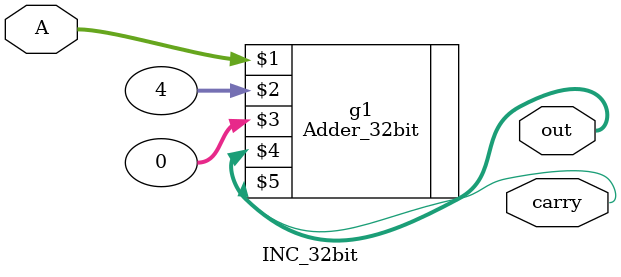
<source format=v>
`timescale 1ns / 1ps


module INC_32bit(A,out,carry);
    input [31:0] A;
    output [31:0] out;
    output carry;
    
    Adder_32bit g1(A,32'b100,0,out,carry);
    
    
endmodule

</source>
